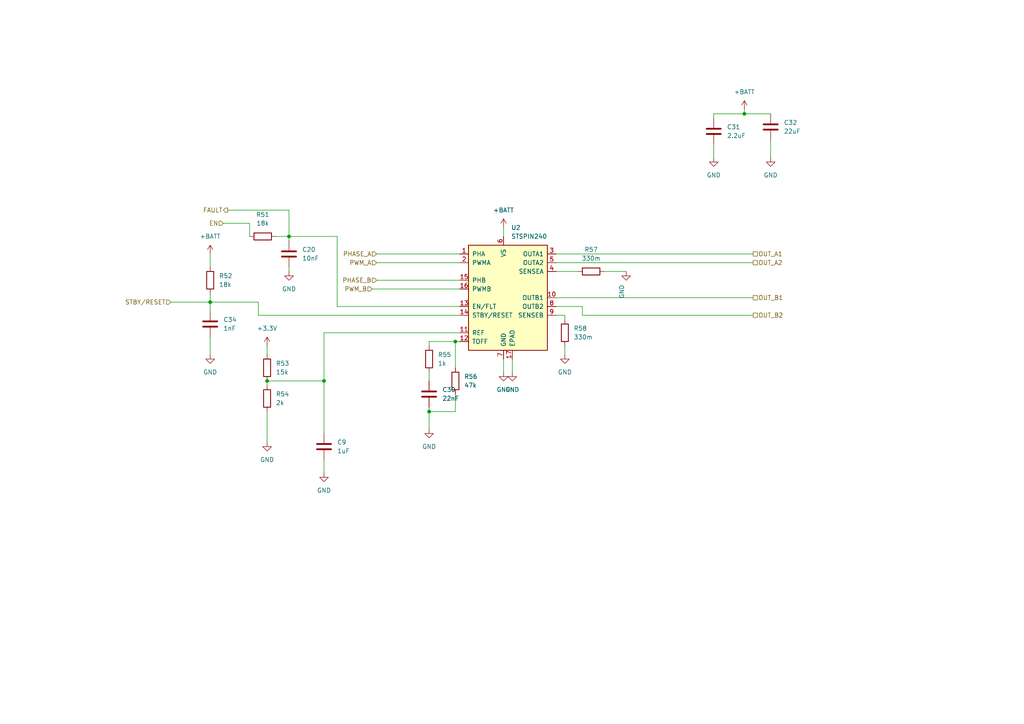
<source format=kicad_sch>
(kicad_sch (version 20230121) (generator eeschema)
  (paper "A4")
  (lib_symbols
    (symbol "Device:C" (pin_numbers hide) (pin_names (offset 0.254))
      (property "Reference" "C" (at 0.635 2.54 0))
      (property "Value" "C" (at 0.635 -2.54 0))
      (symbol "C_0_1"
        (polyline (pts (xy -2.032 -0.762) (xy 2.032 -0.762)) (stroke (width 0.508)))
        (polyline (pts (xy -2.032 0.762) (xy 2.032 0.762)) (stroke (width 0.508)))
      )
      (symbol "C_1_1"
        (pin passive line (at 0 3.81 270) (length 2.794) (name "~") (number "1"))
        (pin passive line (at 0 -3.81 90) (length 2.794) (name "~") (number "2"))
      )
    )
    (symbol "Device:R" (pin_numbers hide) (pin_names (offset 0))
      (property "Reference" "R" (at 2.032 0 90))
      (property "Value" "R" (at 0 0 90))
      (symbol "R_0_1"
        (rectangle (start -1.016 -2.54) (end 1.016 2.54) (stroke (width 0.254)))
      )
      (symbol "R_1_1"
        (pin passive line (at 0 3.81 270) (length 1.27) (name "~") (number "1"))
        (pin passive line (at 0 -3.81 90) (length 1.27) (name "~") (number "2"))
      )
    )
    (symbol "Driver_Motor:STSPIN240" (pin_names (offset 1.016))
      (property "Reference" "U" (at -10.16 16.51 0))
      (property "Value" "STSPIN240" (at 5.08 16.51 0))
      (symbol "STSPIN240_0_1"
        (rectangle (start -10.16 15.24) (end 12.7 -15.24) (stroke (width 0.254)) (fill (type background)))
      )
      (symbol "STSPIN240_1_1"
        (pin input line (at -12.7 12.7 0) (length 2.54) (name "PHA") (number "1"))
        (pin power_out line (at 15.24 0 180) (length 2.54) (name "OUTB1") (number "10"))
        (pin input line (at -12.7 -10.16 0) (length 2.54) (name "REF") (number "11"))
        (pin input line (at -12.7 -12.7 0) (length 2.54) (name "TOFF") (number "12"))
        (pin bidirectional line (at -12.7 -2.54 0) (length 2.54) (name "EN/FLT") (number "13"))
        (pin input line (at -12.7 -5.08 0) (length 2.54) (name "STBY/RESET") (number "14"))
        (pin input line (at -12.7 5.08 0) (length 2.54) (name "PHB") (number "15"))
        (pin input line (at -12.7 2.54 0) (length 2.54) (name "PWMB") (number "16"))
        (pin power_in line (at 2.54 -17.78 90) (length 2.54) (name "EPAD") (number "17"))
        (pin input line (at -12.7 10.16 0) (length 2.54) (name "PWMA") (number "2"))
        (pin power_out line (at 15.24 12.7 180) (length 2.54) (name "OUTA1") (number "3"))
        (pin power_out line (at 15.24 7.62 180) (length 2.54) (name "SENSEA") (number "4"))
        (pin power_out line (at 15.24 10.16 180) (length 2.54) (name "OUTA2") (number "5"))
        (pin power_in line (at 0 17.78 270) (length 2.54) (name "VS") (number "6"))
        (pin power_in line (at 0 -17.78 90) (length 2.54) (name "GND") (number "7"))
        (pin power_out line (at 15.24 -2.54 180) (length 2.54) (name "OUTB2") (number "8"))
        (pin power_out line (at 15.24 -5.08 180) (length 2.54) (name "SENSEB") (number "9"))
      )
    )
    (symbol "power:+3.3V" (power) (pin_names (offset 0))
      (property "Value" "+3.3V" (at 0 3.556 0))
      (symbol "+3.3V_0_1"
        (polyline (pts (xy -0.762 1.27) (xy 0 2.54)))
        (polyline (pts (xy 0 0) (xy 0 2.54)))
        (polyline (pts (xy 0 2.54) (xy 0.762 1.27)))
      )
      (symbol "+3.3V_1_1"
        (pin power_in line (at 0 0 90) (length 0) hide (name "+3.3V") (number "1"))
      )
    )
    (symbol "power:+BATT" (power) (pin_names (offset 0))
      (property "Value" "+BATT" (at 0 3.556 0))
      (symbol "+BATT_0_1"
        (polyline (pts (xy -0.762 1.27) (xy 0 2.54)))
        (polyline (pts (xy 0 0) (xy 0 2.54)))
        (polyline (pts (xy 0 2.54) (xy 0.762 1.27)))
      )
      (symbol "+BATT_1_1"
        (pin power_in line (at 0 0 90) (length 0) hide (name "+BATT") (number "1"))
      )
    )
    (symbol "power:GND" (power) (pin_names (offset 0))
      (property "Value" "GND" (at 0 -3.81 0))
      (symbol "GND_0_1"
        (polyline (pts (xy 0 0) (xy 0 -1.27) (xy 1.27 -1.27) (xy 0 -2.54) (xy -1.27 -1.27) (xy 0 -1.27)))
      )
      (symbol "GND_1_1"
        (pin power_in line (at 0 0 270) (length 0) hide (name "GND") (number "1"))
      )
    )
  )
  (junction (at 132.08 99.06))
  (junction (at 93.98 110.49))
  (junction (at 83.82 68.58))
  (junction (at 124.46 119.38))
  (junction (at 215.9 33.02))
  (junction (at 60.96 87.63))
  (junction (at 77.47 110.49))
  (wire (pts (xy 77.47 100.33) (xy 77.47 102.87)))
  (wire (pts (xy 132.08 99.06) (xy 133.35 99.06)))
  (wire (pts (xy 124.46 99.06) (xy 124.46 100.33)))
  (wire (pts (xy 161.29 86.36) (xy 218.44 86.36)))
  (wire (pts (xy 109.22 81.28) (xy 133.35 81.28)))
  (wire (pts (xy 146.05 66.04) (xy 146.05 68.58)))
  (wire (pts (xy 60.96 85.09) (xy 60.96 87.63)))
  (wire (pts (xy 168.91 88.9) (xy 161.29 88.9)))
  (wire (pts (xy 83.82 60.96) (xy 83.82 68.58)))
  (wire (pts (xy 109.22 73.66) (xy 133.35 73.66)))
  (wire (pts (xy 146.05 104.14) (xy 146.05 107.95)))
  (wire (pts (xy 133.35 91.44) (xy 74.93 91.44)))
  (wire (pts (xy 148.59 104.14) (xy 148.59 107.95)))
  (wire (pts (xy 161.29 73.66) (xy 218.44 73.66)))
  (wire (pts (xy 77.47 119.38) (xy 77.47 128.27)))
  (wire (pts (xy 207.01 33.02) (xy 207.01 34.29)))
  (wire (pts (xy 161.29 91.44) (xy 163.83 91.44)))
  (wire (pts (xy 218.44 91.44) (xy 168.91 91.44)))
  (wire (pts (xy 223.52 40.64) (xy 223.52 45.72)))
  (wire (pts (xy 93.98 133.35) (xy 93.98 137.16)))
  (wire (pts (xy 163.83 91.44) (xy 163.83 92.71)))
  (wire (pts (xy 132.08 119.38) (xy 124.46 119.38)))
  (wire (pts (xy 97.79 88.9) (xy 97.79 68.58)))
  (wire (pts (xy 207.01 41.91) (xy 207.01 45.72)))
  (wire (pts (xy 124.46 119.38) (xy 124.46 124.46)))
  (wire (pts (xy 161.29 78.74) (xy 167.64 78.74)))
  (wire (pts (xy 60.96 73.66) (xy 60.96 77.47)))
  (wire (pts (xy 97.79 68.58) (xy 83.82 68.58)))
  (wire (pts (xy 223.52 33.02) (xy 215.9 33.02)))
  (wire (pts (xy 74.93 91.44) (xy 74.93 87.63)))
  (wire (pts (xy 74.93 87.63) (xy 60.96 87.63)))
  (wire (pts (xy 83.82 77.47) (xy 83.82 78.74)))
  (wire (pts (xy 132.08 114.3) (xy 132.08 119.38)))
  (wire (pts (xy 107.95 83.82) (xy 133.35 83.82)))
  (wire (pts (xy 93.98 96.52) (xy 93.98 110.49)))
  (wire (pts (xy 72.39 68.58) (xy 72.39 64.77)))
  (wire (pts (xy 168.91 91.44) (xy 168.91 88.9)))
  (wire (pts (xy 60.96 97.79) (xy 60.96 102.87)))
  (wire (pts (xy 93.98 110.49) (xy 93.98 125.73)))
  (wire (pts (xy 109.22 76.2) (xy 133.35 76.2)))
  (wire (pts (xy 124.46 107.95) (xy 124.46 110.49)))
  (wire (pts (xy 161.29 76.2) (xy 218.44 76.2)))
  (wire (pts (xy 175.26 78.74) (xy 181.61 78.74)))
  (wire (pts (xy 215.9 33.02) (xy 207.01 33.02)))
  (wire (pts (xy 66.04 60.96) (xy 83.82 60.96)))
  (wire (pts (xy 83.82 68.58) (xy 83.82 69.85)))
  (wire (pts (xy 163.83 100.33) (xy 163.83 102.87)))
  (wire (pts (xy 215.9 31.75) (xy 215.9 33.02)))
  (wire (pts (xy 97.79 88.9) (xy 133.35 88.9)))
  (wire (pts (xy 124.46 99.06) (xy 132.08 99.06)))
  (wire (pts (xy 93.98 96.52) (xy 133.35 96.52)))
  (wire (pts (xy 72.39 64.77) (xy 64.77 64.77)))
  (wire (pts (xy 80.01 68.58) (xy 83.82 68.58)))
  (wire (pts (xy 124.46 119.38) (xy 124.46 118.11)))
  (wire (pts (xy 49.53 87.63) (xy 60.96 87.63)))
  (wire (pts (xy 77.47 110.49) (xy 93.98 110.49)))
  (wire (pts (xy 77.47 110.49) (xy 77.47 111.76)))
  (wire (pts (xy 60.96 87.63) (xy 60.96 90.17)))
  (wire (pts (xy 132.08 106.68) (xy 132.08 99.06)))
  (hierarchical_label "PHASE_A" (shape input) (at 109.22 73.66 180))
  (hierarchical_label "OUT_A2" (shape passive) (at 218.44 76.2 0))
  (hierarchical_label "PWM_A" (shape input) (at 109.22 76.2 180))
  (hierarchical_label "FAULT" (shape output) (at 66.04 60.96 180))
  (hierarchical_label "PHASE_B" (shape input) (at 109.22 81.28 180))
  (hierarchical_label "PWM_B" (shape input) (at 107.95 83.82 180))
  (hierarchical_label "OUT_B2" (shape passive) (at 218.44 91.44 0))
  (hierarchical_label "OUT_A1" (shape passive) (at 218.44 73.66 0))
  (hierarchical_label "OUT_B1" (shape passive) (at 218.44 86.36 0))
  (hierarchical_label "STBY{slash}RESET" (shape input) (at 49.53 87.63 180))
  (hierarchical_label "EN" (shape input) (at 64.77 64.77 180))
  (symbol (lib_id "power:+BATT") (at 215.9 31.75 0) (unit 1)
    (property "Reference" "#PWR018" (effects hide))
    (property "Value" "+BATT" (at 215.9 26.67 0))
  )
  (symbol (lib_id "power:GND") (at 207.01 45.72 0) (unit 1)
    (property "Reference" "#PWR011" (effects hide))
    (property "Value" "GND" (at 207.01 50.8 0))
  )
  (symbol (lib_id "Device:R") (at 76.2 68.58 90) (unit 1)
    (property "Reference" "R51" (at 76.2 62.23 90))
    (property "Value" "18k" (at 76.2 64.77 90))
    (property "Footprint" "Resistor_SMD:R_0603_1608Metric" (effects hide))
  )
  (symbol (lib_id "power:+3.3V") (at 77.47 100.33 0) (unit 1)
    (property "Reference" "#PWR019" (effects hide))
    (property "Value" "+3.3V" (at 77.47 95.25 0))
  )
  (symbol (lib_id "Device:C") (at 207.01 38.1 0) (unit 1)
    (property "Reference" "C31" (at 210.82 36.83 0) (effects (justify left)))
    (property "Value" "2.2uF" (at 210.82 39.37 0) (effects (justify left)))
    (property "Footprint" "Capacitor_SMD:C_0603_1608Metric" (effects hide))
  )
  (symbol (lib_id "power:GND") (at 60.96 102.87 0) (unit 1)
    (property "Reference" "#PWR016" (effects hide))
    (property "Value" "GND" (at 60.96 107.95 0))
  )
  (symbol (lib_id "power:GND") (at 93.98 137.16 0) (unit 1)
    (property "Reference" "#PWR010" (effects hide))
    (property "Value" "GND" (at 93.98 142.24 0))
  )
  (symbol (lib_id "power:+BATT") (at 146.05 66.04 0) (unit 1)
    (property "Reference" "#PWR035" (effects hide))
    (property "Value" "+BATT" (at 146.05 60.96 0))
  )
  (symbol (lib_id "Device:R") (at 132.08 110.49 0) (unit 1)
    (property "Reference" "R56" (at 134.62 109.22 0) (effects (justify left)))
    (property "Value" "47k" (at 134.62 111.76 0) (effects (justify left)))
    (property "Footprint" "Resistor_SMD:R_0603_1608Metric" (effects hide))
  )
  (symbol (lib_id "power:+BATT") (at 60.96 73.66 0) (unit 1)
    (property "Reference" "#PWR017" (effects hide))
    (property "Value" "+BATT" (at 60.96 68.58 0))
  )
  (symbol (lib_id "Device:R") (at 60.96 81.28 0) (unit 1)
    (property "Reference" "R52" (at 63.5 80.01 0) (effects (justify left)))
    (property "Value" "18k" (at 63.5 82.55 0) (effects (justify left)))
    (property "Footprint" "Resistor_SMD:R_0603_1608Metric" (effects hide))
  )
  (symbol (lib_id "Driver_Motor:STSPIN240") (at 146.05 86.36 0) (unit 1)
    (property "Reference" "U2" (at 148.2441 66.04 0) (effects (justify left)))
    (property "Value" "STSPIN240" (at 148.2441 68.58 0) (effects (justify left)))
    (property "Footprint" "Package_DFN_QFN:VQFN-16-1EP_3x3mm_P0.5mm_EP1.8x1.8mm" (effects hide))
    (property "Datasheet" "www.st.com/resource/en/datasheet/stspin240.pdf" (effects hide))
  )
  (symbol (lib_id "Device:R") (at 171.45 78.74 90) (unit 1)
    (property "Reference" "R57" (at 171.45 72.39 90))
    (property "Value" "330m" (at 171.45 74.93 90))
    (property "Footprint" "Resistor_SMD:R_2512_6332Metric" (effects hide))
  )
  (symbol (lib_id "Device:C") (at 124.46 114.3 0) (unit 1)
    (property "Reference" "C30" (at 128.27 113.03 0) (effects (justify left)))
    (property "Value" "22nF" (at 128.27 115.57 0) (effects (justify left)))
    (property "Footprint" "Capacitor_SMD:C_0603_1608Metric" (effects hide))
  )
  (symbol (lib_id "power:GND") (at 181.61 78.74 0) (unit 1)
    (property "Reference" "#PWR015" (effects hide))
    (property "Value" "GND" (at 180.34 82.55 90) (effects (justify right)))
  )
  (symbol (lib_id "Device:C") (at 60.96 93.98 0) (unit 1)
    (property "Reference" "C34" (at 64.77 92.71 0) (effects (justify left)))
    (property "Value" "1nF" (at 64.77 95.25 0) (effects (justify left)))
    (property "Footprint" "Capacitor_SMD:C_0603_1608Metric" (effects hide))
  )
  (symbol (lib_id "Device:R") (at 77.47 115.57 0) (unit 1)
    (property "Reference" "R54" (at 80.01 114.3 0) (effects (justify left)))
    (property "Value" "2k" (at 80.01 116.84 0) (effects (justify left)))
    (property "Footprint" "Resistor_SMD:R_0603_1608Metric" (effects hide))
  )
  (symbol (lib_id "power:GND") (at 83.82 78.74 0) (unit 1)
    (property "Reference" "#PWR08" (effects hide))
    (property "Value" "GND" (at 83.82 83.82 0))
  )
  (symbol (lib_id "power:GND") (at 223.52 45.72 0) (unit 1)
    (property "Reference" "#PWR012" (effects hide))
    (property "Value" "GND" (at 223.52 50.8 0))
  )
  (symbol (lib_id "Device:C") (at 93.98 129.54 0) (unit 1)
    (property "Reference" "C9" (at 97.79 128.27 0) (effects (justify left)))
    (property "Value" "1uF" (at 97.79 130.81 0) (effects (justify left)))
    (property "Footprint" "Capacitor_SMD:C_0603_1608Metric" (effects hide))
  )
  (symbol (lib_id "power:GND") (at 146.05 107.95 0) (unit 1)
    (property "Reference" "#PWR020" (effects hide))
    (property "Value" "GND" (at 146.05 113.03 0))
  )
  (symbol (lib_id "Device:R") (at 124.46 104.14 0) (unit 1)
    (property "Reference" "R55" (at 127 102.87 0) (effects (justify left)))
    (property "Value" "1k" (at 127 105.41 0) (effects (justify left)))
    (property "Footprint" "Resistor_SMD:R_0603_1608Metric" (effects hide))
  )
  (symbol (lib_id "power:GND") (at 77.47 128.27 0) (unit 1)
    (property "Reference" "#PWR013" (effects hide))
    (property "Value" "GND" (at 77.47 133.35 0))
  )
  (symbol (lib_id "power:GND") (at 148.59 107.95 0) (unit 1)
    (property "Reference" "#PWR021" (effects hide))
    (property "Value" "GND" (at 148.59 113.03 0))
  )
  (symbol (lib_id "Device:R") (at 163.83 96.52 0) (unit 1)
    (property "Reference" "R58" (at 166.37 95.25 0) (effects (justify left)))
    (property "Value" "330m" (at 166.37 97.79 0) (effects (justify left)))
    (property "Footprint" "Resistor_SMD:R_2512_6332Metric" (effects hide))
  )
  (symbol (lib_id "power:GND") (at 124.46 124.46 0) (unit 1)
    (property "Reference" "#PWR09" (effects hide))
    (property "Value" "GND" (at 124.46 129.54 0))
  )
  (symbol (lib_id "power:GND") (at 163.83 102.87 0) (unit 1)
    (property "Reference" "#PWR014" (effects hide))
    (property "Value" "GND" (at 163.83 107.95 0))
  )
  (symbol (lib_id "Device:R") (at 77.47 106.68 0) (unit 1)
    (property "Reference" "R53" (at 80.01 105.41 0) (effects (justify left)))
    (property "Value" "15k" (at 80.01 107.95 0) (effects (justify left)))
    (property "Footprint" "Resistor_SMD:R_0603_1608Metric" (effects hide))
  )
  (symbol (lib_id "Device:C") (at 83.82 73.66 0) (unit 1)
    (property "Reference" "C20" (at 87.63 72.39 0) (effects (justify left)))
    (property "Value" "10nF" (at 87.63 74.93 0) (effects (justify left)))
    (property "Footprint" "Capacitor_SMD:C_0603_1608Metric" (effects hide))
  )
  (symbol (lib_id "Device:C") (at 223.52 36.83 0) (unit 1)
    (property "Reference" "C32" (at 227.33 35.56 0) (effects (justify left)))
    (property "Value" "22uF" (at 227.33 38.1 0) (effects (justify left)))
    (property "Footprint" "Capacitor_SMD:C_0603_1608Metric" (effects hide))
  )
)
</source>
